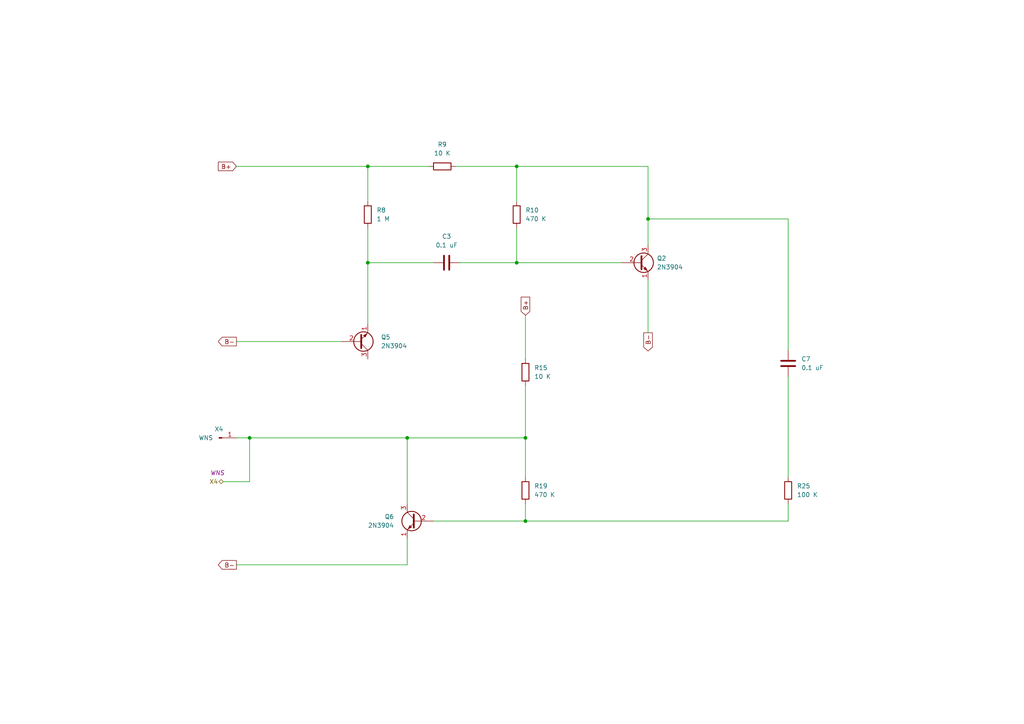
<source format=kicad_sch>
(kicad_sch (version 20231120) (generator "eeschema") (generator_version "8.0")
  (paper "A4")
  (title_block (title "White Noise Generator") (date "2023-10-29") (rev "0.6.1") (company "Music From Outer Space LLC") (comment 1 "Licence: CC-BY-NC-SA") (comment 2 "Original Design by Ray Wilson") (comment 3 "http://musicfromouterspace.com/analogsynth_new/NOISETOASTER/NOISETOASTER.php") (comment 4 "Created: 2023-06-12"))
  (lib_symbols
    (symbol "Connector:Conn_01x01_Pin" (pin_names (offset 1.016) hide)
      (property "Reference" "J" (at 0 2.54 0))
      (property "Value" "Conn_01x01_Pin" (at 0 -2.54 0))
      (symbol "Conn_01x01_Pin_1_1"
        (polyline (pts (xy 1.27 0) (xy 0.8636 0)) (stroke (width 0.1524)))
        (rectangle (start 0.8636 0.127) (end 0 -0.127) (stroke (width 0.1524)) (fill (type outline)))
        (pin passive line (at 5.08 0 180) (length 3.81) (name "Pin_1") (number "1"))
      )
    )
    (symbol "Device:C" (pin_numbers hide) (pin_names (offset 0.254))
      (property "Reference" "C" (at 0.635 2.54 0))
      (property "Value" "C" (at 0.635 -2.54 0))
      (symbol "C_0_1"
        (polyline (pts (xy -2.032 -0.762) (xy 2.032 -0.762)) (stroke (width 0.508)))
        (polyline (pts (xy -2.032 0.762) (xy 2.032 0.762)) (stroke (width 0.508)))
      )
      (symbol "C_1_1"
        (pin passive line (at 0 3.81 270) (length 2.794) (name "~") (number "1"))
        (pin passive line (at 0 -3.81 90) (length 2.794) (name "~") (number "2"))
      )
    )
    (symbol "Device:R" (pin_numbers hide) (pin_names (offset 0))
      (property "Reference" "R" (at 2.032 0 90))
      (property "Value" "R" (at 0 0 90))
      (symbol "R_0_1"
        (rectangle (start -1.016 -2.54) (end 1.016 2.54) (stroke (width 0.254)))
      )
      (symbol "R_1_1"
        (pin passive line (at 0 3.81 270) (length 1.27) (name "~") (number "1"))
        (pin passive line (at 0 -3.81 90) (length 1.27) (name "~") (number "2"))
      )
    )
    (symbol "Transistor_BJT:2N3904" (pin_names (offset 0) hide)
      (property "Reference" "Q" (at 5.08 1.905 0))
      (property "Value" "2N3904" (at 5.08 0 0))
      (symbol "2N3904_0_1"
        (polyline (pts (xy 0.635 0.635) (xy 2.54 2.54)))
        (polyline (pts (xy 0.635 -0.635) (xy 2.54 -2.54) (xy 2.54 -2.54)))
        (polyline (pts (xy 0.635 1.905) (xy 0.635 -1.905) (xy 0.635 -1.905)) (stroke (width 0.508)))
        (polyline (pts (xy 1.27 -1.778) (xy 1.778 -1.27) (xy 2.286 -2.286) (xy 1.27 -1.778) (xy 1.27 -1.778)) (fill (type outline)))
        (circle (center 1.27 0) (radius 2.8194) (stroke (width 0.254)))
      )
      (symbol "2N3904_1_1"
        (pin passive line (at 2.54 -5.08 90) (length 2.54) (name "E") (number "1"))
        (pin passive line (at -5.08 0 0) (length 5.715) (name "B") (number "2"))
        (pin passive line (at 2.54 5.08 270) (length 2.54) (name "C") (number "3"))
      )
    )
  )
  (junction (at 149.86 48.26))
  (junction (at 118.11 127))
  (junction (at 106.68 48.26))
  (junction (at 72.39 127))
  (junction (at 187.96 63.5))
  (junction (at 152.4 127))
  (junction (at 149.86 76.2))
  (junction (at 106.68 76.2))
  (junction (at 152.4 151.13))
  (wire (pts (xy 152.4 146.05) (xy 152.4 151.13)))
  (wire (pts (xy 228.6 63.5) (xy 187.96 63.5)))
  (wire (pts (xy 118.11 127) (xy 152.4 127)))
  (wire (pts (xy 99.06 99.06) (xy 68.58 99.06)))
  (wire (pts (xy 152.4 111.76) (xy 152.4 127)))
  (wire (pts (xy 149.86 76.2) (xy 180.34 76.2)))
  (wire (pts (xy 106.68 76.2) (xy 125.73 76.2)))
  (wire (pts (xy 106.68 76.2) (xy 106.68 93.98)))
  (wire (pts (xy 187.96 48.26) (xy 149.86 48.26)))
  (wire (pts (xy 68.58 48.26) (xy 106.68 48.26)))
  (wire (pts (xy 106.68 66.04) (xy 106.68 76.2)))
  (wire (pts (xy 228.6 146.05) (xy 228.6 151.13)))
  (wire (pts (xy 132.08 48.26) (xy 149.86 48.26)))
  (wire (pts (xy 64.77 139.7) (xy 72.39 139.7)))
  (wire (pts (xy 125.73 151.13) (xy 152.4 151.13)))
  (wire (pts (xy 106.68 48.26) (xy 124.46 48.26)))
  (wire (pts (xy 152.4 127) (xy 152.4 138.43)))
  (wire (pts (xy 118.11 163.83) (xy 118.11 156.21)))
  (wire (pts (xy 68.58 127) (xy 72.39 127)))
  (wire (pts (xy 72.39 127) (xy 118.11 127)))
  (wire (pts (xy 152.4 91.44) (xy 152.4 104.14)))
  (wire (pts (xy 133.35 76.2) (xy 149.86 76.2)))
  (wire (pts (xy 149.86 66.04) (xy 149.86 76.2)))
  (wire (pts (xy 187.96 71.12) (xy 187.96 63.5)))
  (wire (pts (xy 228.6 151.13) (xy 152.4 151.13)))
  (wire (pts (xy 149.86 48.26) (xy 149.86 58.42)))
  (wire (pts (xy 68.58 163.83) (xy 118.11 163.83)))
  (wire (pts (xy 187.96 63.5) (xy 187.96 48.26)))
  (wire (pts (xy 72.39 139.7) (xy 72.39 127)))
  (wire (pts (xy 187.96 81.28) (xy 187.96 96.52)))
  (wire (pts (xy 118.11 127) (xy 118.11 146.05)))
  (wire (pts (xy 106.68 58.42) (xy 106.68 48.26)))
  (wire (pts (xy 228.6 101.6) (xy 228.6 63.5)))
  (wire (pts (xy 228.6 109.22) (xy 228.6 138.43)))
  (global_label "B-" (shape output) (at 68.58 163.83 180) (property "Intersheetrefs" "${INTERSHEET_REFS}" (effects (hide yes))))
  (global_label "B-" (shape output) (at 187.96 96.52 270) (property "Intersheetrefs" "${INTERSHEET_REFS}" (effects (hide yes))))
  (global_label "B+" (shape input) (at 152.4 91.44 90) (property "Intersheetrefs" "${INTERSHEET_REFS}" (effects (hide yes))))
  (global_label "B-" (shape output) (at 68.58 99.06 180) (property "Intersheetrefs" "${INTERSHEET_REFS}" (effects (hide yes))))
  (global_label "B+" (shape input) (at 68.58 48.26 180) (property "Intersheetrefs" "${INTERSHEET_REFS}" (effects (hide yes))))
  (hierarchical_label "X4" (shape bidirectional) (at 64.77 139.7 180) (property "Bezeichnung" "WNS" (at 60.96 137.16 0) (effects (font (italic yes)) (justify left))))
  (symbol (lib_id "Device:R") (at 106.68 62.23 0) (unit 1)
    (property "Reference" "R8" (at 109.22 60.96 0) (effects (justify left)))
    (property "Value" "1 M" (at 109.22 63.5 0) (effects (justify left)))
    (property "Footprint" "Resistor_THT:R_Axial_DIN0207_L6.3mm_D2.5mm_P10.16mm_Horizontal" (effects (hide yes)))
  )
  (symbol (lib_id "Connector:Conn_01x01_Pin") (at 63.5 127 0) (unit 1)
    (property "Reference" "X4" (at 63.5 124.46 0))
    (property "Value" "WNS" (at 59.69 127 0))
    (property "Footprint" "Connector_PinHeader_2.00mm:PinHeader_1x01_P2.00mm_Vertical" (effects (hide yes)))
  )
  (symbol (lib_id "Device:R") (at 128.27 48.26 90) (unit 1)
    (property "Reference" "R9" (at 128.27 41.91 90))
    (property "Value" "10 K" (at 128.27 44.45 90))
    (property "Footprint" "Resistor_THT:R_Axial_DIN0207_L6.3mm_D2.5mm_P10.16mm_Horizontal" (effects (hide yes)))
  )
  (symbol (lib_id "Transistor_BJT:2N3904") (at 185.42 76.2 0) (unit 1)
    (property "Reference" "Q2" (at 190.5 74.93 0) (effects (justify left)))
    (property "Value" "2N3904" (at 190.5 77.47 0) (effects (justify left)))
    (property "Footprint" "Package_TO_SOT_THT:TO-92_Inline" (effects (hide yes)))
    (property "Datasheet" "https://www.onsemi.com/pub/Collateral/2N3903-D.PDF" (effects (hide yes)))
  )
  (symbol (lib_id "Device:C") (at 129.54 76.2 90) (unit 1)
    (property "Reference" "C3" (at 129.54 68.58 90))
    (property "Value" "0.1 uF" (at 129.54 71.12 90))
    (property "Footprint" "Capacitor_THT:C_Disc_D5.1mm_W3.2mm_P5.00mm" (effects (hide yes)))
  )
  (symbol (lib_id "Device:R") (at 152.4 142.24 0) (unit 1)
    (property "Reference" "R19" (at 154.94 140.97 0) (effects (justify left)))
    (property "Value" "470 K" (at 154.94 143.51 0) (effects (justify left)))
    (property "Footprint" "Resistor_THT:R_Axial_DIN0207_L6.3mm_D2.5mm_P10.16mm_Horizontal" (effects (hide yes)))
  )
  (symbol (lib_id "Device:R") (at 149.86 62.23 0) (unit 1)
    (property "Reference" "R10" (at 152.4 60.96 0) (effects (justify left)))
    (property "Value" "470 K" (at 152.4 63.5 0) (effects (justify left)))
    (property "Footprint" "Resistor_THT:R_Axial_DIN0207_L6.3mm_D2.5mm_P10.16mm_Horizontal" (effects (hide yes)))
  )
  (symbol (lib_id "Device:R") (at 228.6 142.24 0) (unit 1)
    (property "Reference" "R25" (at 231.14 140.97 0) (effects (justify left)))
    (property "Value" "100 K" (at 231.14 143.51 0) (effects (justify left)))
    (property "Footprint" "Resistor_THT:R_Axial_DIN0207_L6.3mm_D2.5mm_P10.16mm_Horizontal" (effects (hide yes)))
  )
  (symbol (lib_id "Device:C") (at 228.6 105.41 0) (unit 1)
    (property "Reference" "C7" (at 232.41 104.14 0) (effects (justify left)))
    (property "Value" "0.1 uF" (at 232.41 106.68 0) (effects (justify left)))
    (property "Footprint" "Capacitor_THT:C_Disc_D5.1mm_W3.2mm_P5.00mm" (effects (hide yes)))
  )
  (symbol (lib_id "Transistor_BJT:2N3904") (at 104.14 99.06 0) (mirror x) (unit 1)
    (property "Reference" "Q5" (at 110.49 97.79 0) (effects (justify left)))
    (property "Value" "2N3904" (at 110.49 100.33 0) (effects (justify left)))
    (property "Footprint" "Package_TO_SOT_THT:TO-92_Inline" (effects (hide yes)))
    (property "Datasheet" "https://www.onsemi.com/pub/Collateral/2N3903-D.PDF" (effects (hide yes)))
  )
  (symbol (lib_id "Transistor_BJT:2N3904") (at 120.65 151.13 0) (mirror y) (unit 1)
    (property "Reference" "Q6" (at 114.3 149.86 0) (effects (justify left)))
    (property "Value" "2N3904" (at 114.3 152.4 0) (effects (justify left)))
    (property "Footprint" "Package_TO_SOT_THT:TO-92_Inline" (effects (hide yes)))
    (property "Datasheet" "https://www.onsemi.com/pub/Collateral/2N3903-D.PDF" (effects (hide yes)))
  )
  (symbol (lib_id "Device:R") (at 152.4 107.95 0) (unit 1)
    (property "Reference" "R15" (at 154.94 106.68 0) (effects (justify left)))
    (property "Value" "10 K" (at 154.94 109.22 0) (effects (justify left)))
    (property "Footprint" "Resistor_THT:R_Axial_DIN0207_L6.3mm_D2.5mm_P10.16mm_Horizontal" (effects (hide yes)))
  )
)
</source>
